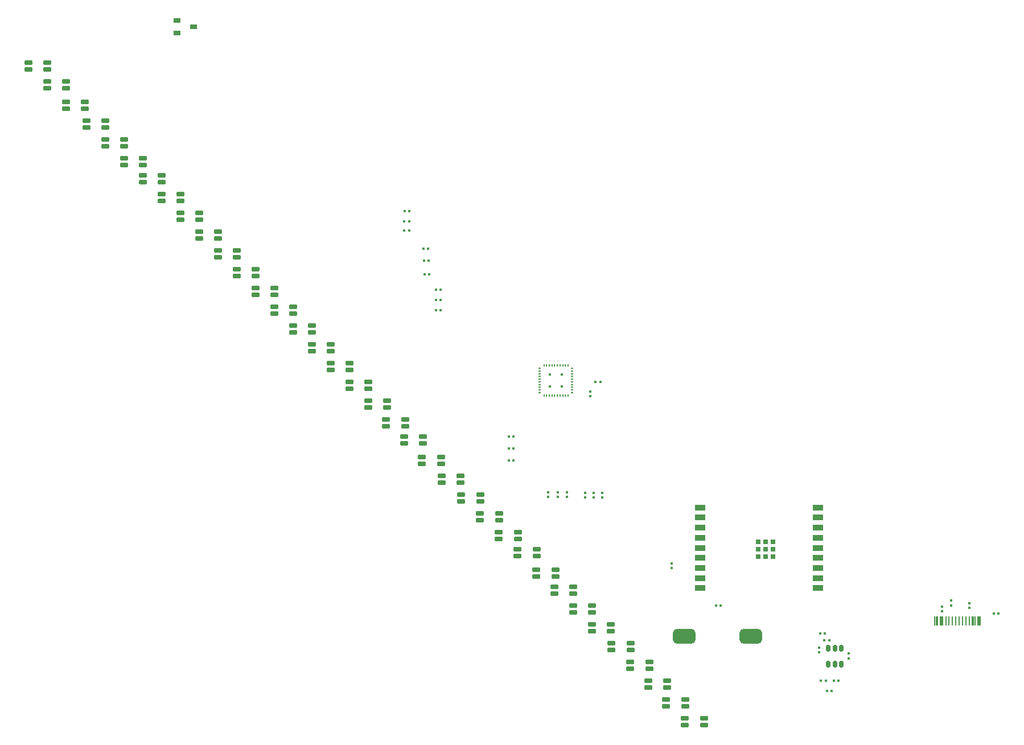
<source format=gbr>
%TF.GenerationSoftware,KiCad,Pcbnew,(7.0.0)*%
%TF.CreationDate,2023-03-08T22:11:07-06:00*%
%TF.ProjectId,LED Fan Blade,4c454420-4661-46e2-9042-6c6164652e6b,rev?*%
%TF.SameCoordinates,Original*%
%TF.FileFunction,Paste,Top*%
%TF.FilePolarity,Positive*%
%FSLAX46Y46*%
G04 Gerber Fmt 4.6, Leading zero omitted, Abs format (unit mm)*
G04 Created by KiCad (PCBNEW (7.0.0)) date 2023-03-08 22:11:07*
%MOMM*%
%LPD*%
G01*
G04 APERTURE LIST*
G04 Aperture macros list*
%AMRoundRect*
0 Rectangle with rounded corners*
0 $1 Rounding radius*
0 $2 $3 $4 $5 $6 $7 $8 $9 X,Y pos of 4 corners*
0 Add a 4 corners polygon primitive as box body*
4,1,4,$2,$3,$4,$5,$6,$7,$8,$9,$2,$3,0*
0 Add four circle primitives for the rounded corners*
1,1,$1+$1,$2,$3*
1,1,$1+$1,$4,$5*
1,1,$1+$1,$6,$7*
1,1,$1+$1,$8,$9*
0 Add four rect primitives between the rounded corners*
20,1,$1+$1,$2,$3,$4,$5,0*
20,1,$1+$1,$4,$5,$6,$7,0*
20,1,$1+$1,$6,$7,$8,$9,0*
20,1,$1+$1,$8,$9,$2,$3,0*%
G04 Aperture macros list end*
%ADD10RoundRect,0.175000X-0.425000X-0.175000X0.425000X-0.175000X0.425000X0.175000X-0.425000X0.175000X0*%
%ADD11RoundRect,0.079500X-0.079500X-0.100500X0.079500X-0.100500X0.079500X0.100500X-0.079500X0.100500X0*%
%ADD12RoundRect,0.079500X0.100500X-0.079500X0.100500X0.079500X-0.100500X0.079500X-0.100500X-0.079500X0*%
%ADD13RoundRect,0.079500X0.079500X0.100500X-0.079500X0.100500X-0.079500X-0.100500X0.079500X-0.100500X0*%
%ADD14O,0.200000X0.350000*%
%ADD15O,0.350000X0.200000*%
%ADD16R,0.300000X0.300000*%
%ADD17RoundRect,0.079500X-0.100500X0.079500X-0.100500X-0.079500X0.100500X-0.079500X0.100500X0.079500X0*%
%ADD18R,1.000000X0.800000*%
%ADD19R,0.250000X1.450000*%
%ADD20R,0.300000X1.450000*%
%ADD21R,1.500000X0.900000*%
%ADD22R,0.700000X0.700000*%
%ADD23RoundRect,0.540000X-1.135000X-0.540000X1.135000X-0.540000X1.135000X0.540000X-1.135000X0.540000X0*%
%ADD24RoundRect,0.150000X0.150000X-0.350000X0.150000X0.350000X-0.150000X0.350000X-0.150000X-0.350000X0*%
G04 APERTURE END LIST*
D10*
%TO.C,LED22*%
X94358000Y-89146000D03*
X97158000Y-89146000D03*
X97158000Y-90146000D03*
X94358000Y-90146000D03*
%TD*%
%TO.C,LED6*%
X119628000Y-114046000D03*
X122428000Y-114046000D03*
X122428000Y-115046000D03*
X119628000Y-115046000D03*
%TD*%
%TO.C,LED12*%
X122552000Y-116832000D03*
X125352000Y-116832000D03*
X125352000Y-117832000D03*
X122552000Y-117832000D03*
%TD*%
D11*
%TO.C,BL:2*%
X96429000Y-65786000D03*
X97119000Y-65786000D03*
%TD*%
D10*
%TO.C,LED17*%
X108582000Y-102878000D03*
X111382000Y-102878000D03*
X111382000Y-103878000D03*
X108582000Y-103878000D03*
%TD*%
%TO.C,LED1*%
X35808000Y-30480000D03*
X38608000Y-30480000D03*
X38608000Y-31480000D03*
X35808000Y-31480000D03*
%TD*%
%TO.C,LED28*%
X97276000Y-91948000D03*
X100076000Y-91948000D03*
X100076000Y-92948000D03*
X97276000Y-92948000D03*
%TD*%
D11*
%TO.C,GR:3*%
X107260000Y-89662000D03*
X107950000Y-89662000D03*
%TD*%
D12*
%TO.C,GR:4*%
X115890000Y-95087000D03*
X115890000Y-94397000D03*
%TD*%
D10*
%TO.C,LED5*%
X102994000Y-97528000D03*
X105794000Y-97528000D03*
X105794000Y-98528000D03*
X102994000Y-98528000D03*
%TD*%
D11*
%TO.C,RD:2*%
X96429000Y-64262000D03*
X97119000Y-64262000D03*
%TD*%
D10*
%TO.C,LED19*%
X44444000Y-39116000D03*
X47244000Y-39116000D03*
X47244000Y-40116000D03*
X44444000Y-40116000D03*
%TD*%
D13*
%TO.C,R6*%
X120868000Y-77978000D03*
X120178000Y-77978000D03*
%TD*%
D10*
%TO.C,LED16*%
X91688000Y-86106000D03*
X94488000Y-86106000D03*
X94488000Y-87106000D03*
X91688000Y-87106000D03*
%TD*%
D13*
%TO.C,L1*%
X154264000Y-115443000D03*
X153574000Y-115443000D03*
%TD*%
D14*
%TO.C,LED-Driver1*%
X116083999Y-75519999D03*
X115683999Y-75519999D03*
X115283999Y-75519999D03*
X114883999Y-75519999D03*
X114483999Y-75519999D03*
X114083999Y-75519999D03*
X113683999Y-75519999D03*
X113283999Y-75519999D03*
X112883999Y-75519999D03*
X112483999Y-75519999D03*
D15*
X111883999Y-75969999D03*
X111883999Y-76369999D03*
X111883999Y-76769999D03*
X111883999Y-77169999D03*
X111883999Y-77569999D03*
X111883999Y-77969999D03*
X111883999Y-78369999D03*
X111883999Y-78769999D03*
X111883999Y-79169999D03*
X111883999Y-79569999D03*
D14*
X112483999Y-80019999D03*
X112883999Y-80019999D03*
X113283999Y-80019999D03*
X113683999Y-80019999D03*
X114083999Y-80019999D03*
X114483999Y-80019999D03*
X114883999Y-80019999D03*
X115283999Y-80019999D03*
X115683999Y-80019999D03*
X116083999Y-80019999D03*
D15*
X116683999Y-79569999D03*
X116683999Y-79169999D03*
X116683999Y-78769999D03*
X116683999Y-78369999D03*
X116683999Y-77969999D03*
X116683999Y-77569999D03*
X116683999Y-77169999D03*
X116683999Y-76769999D03*
X116683999Y-76369999D03*
X116683999Y-75969999D03*
D16*
X115183999Y-76869999D03*
X113383999Y-76869999D03*
X115183999Y-78669999D03*
X113383999Y-78669999D03*
%TD*%
D11*
%TO.C,BL:3*%
X107285000Y-87884000D03*
X107975000Y-87884000D03*
%TD*%
D12*
%TO.C,BL:5*%
X119888000Y-95153000D03*
X119888000Y-94463000D03*
%TD*%
D17*
%TO.C,R3*%
X173101000Y-110526000D03*
X173101000Y-111216000D03*
%TD*%
%TO.C,Cin1*%
X157856000Y-118400000D03*
X157856000Y-119090000D03*
%TD*%
D10*
%TO.C,LED21*%
X77972000Y-72390000D03*
X80772000Y-72390000D03*
X80772000Y-73390000D03*
X77972000Y-73390000D03*
%TD*%
D12*
%TO.C,BL:4*%
X114554000Y-95087000D03*
X114554000Y-94397000D03*
%TD*%
D10*
%TO.C,LED13*%
X41396000Y-36322000D03*
X44196000Y-36322000D03*
X44196000Y-37322000D03*
X41396000Y-37322000D03*
%TD*%
%TO.C,LED30*%
X130680000Y-125214000D03*
X133480000Y-125214000D03*
X133480000Y-126214000D03*
X130680000Y-126214000D03*
%TD*%
%TO.C,LED14*%
X58414000Y-52832000D03*
X61214000Y-52832000D03*
X61214000Y-53832000D03*
X58414000Y-53832000D03*
%TD*%
%TO.C,LED35*%
X116834000Y-111252000D03*
X119634000Y-111252000D03*
X119634000Y-112252000D03*
X116834000Y-112252000D03*
%TD*%
D11*
%TO.C,R2*%
X138085000Y-111252000D03*
X138775000Y-111252000D03*
%TD*%
D10*
%TO.C,LED26*%
X64002000Y-58420000D03*
X66802000Y-58420000D03*
X66802000Y-59420000D03*
X64002000Y-59420000D03*
%TD*%
D11*
%TO.C,R7*%
X153701000Y-122428000D03*
X154391000Y-122428000D03*
%TD*%
D10*
%TO.C,LED25*%
X47238000Y-41910000D03*
X50038000Y-41910000D03*
X50038000Y-42910000D03*
X47238000Y-42910000D03*
%TD*%
%TO.C,LED11*%
X105788000Y-100322000D03*
X108588000Y-100322000D03*
X108588000Y-101322000D03*
X105788000Y-101322000D03*
%TD*%
D11*
%TO.C,GR:2*%
X96429000Y-67310000D03*
X97119000Y-67310000D03*
%TD*%
D10*
%TO.C,LED2*%
X52826000Y-47244000D03*
X55626000Y-47244000D03*
X55626000Y-48244000D03*
X52826000Y-48244000D03*
%TD*%
D11*
%TO.C,RD:3*%
X107285000Y-86106000D03*
X107975000Y-86106000D03*
%TD*%
D18*
%TO.C,U1*%
X57940499Y-24195999D03*
X60340499Y-25145999D03*
X57940499Y-26095999D03*
%TD*%
D19*
%TO.C,USB-C1*%
X170630999Y-113533999D03*
X171430999Y-113533999D03*
X172755999Y-113533999D03*
X173755999Y-113533999D03*
X174255999Y-113533999D03*
X175255999Y-113533999D03*
X176580999Y-113533999D03*
X177380999Y-113533999D03*
D20*
X177105999Y-113533999D03*
X176305999Y-113533999D03*
D19*
X175755999Y-113533999D03*
X174755999Y-113533999D03*
X173255999Y-113533999D03*
X172255999Y-113533999D03*
D20*
X171705999Y-113533999D03*
X170905999Y-113533999D03*
%TD*%
D10*
%TO.C,LED27*%
X80766000Y-75184000D03*
X83566000Y-75184000D03*
X83566000Y-76184000D03*
X80766000Y-76184000D03*
%TD*%
D21*
%TO.C,ESP1*%
X135730499Y-96667999D03*
X135730499Y-98167999D03*
X135730499Y-99667999D03*
X135730499Y-101167999D03*
X135730499Y-102667999D03*
X135730499Y-104167999D03*
X135730499Y-105667999D03*
X135730499Y-107167999D03*
X135730499Y-108667999D03*
X153230499Y-108667999D03*
X153230499Y-107167999D03*
X153230499Y-105667999D03*
X153230499Y-104167999D03*
X153230499Y-102667999D03*
X153230499Y-101167999D03*
X153230499Y-99667999D03*
X153230499Y-98167999D03*
X153230499Y-96667999D03*
D22*
X144340499Y-101767999D03*
X145440499Y-101767999D03*
X146540499Y-101767999D03*
X144340499Y-102867999D03*
X145440499Y-102867999D03*
X146540499Y-102867999D03*
X144340499Y-103967999D03*
X145440499Y-103967999D03*
X146540499Y-103967999D03*
%TD*%
D11*
%TO.C,RD:0*%
X91766000Y-52578000D03*
X92456000Y-52578000D03*
%TD*%
D10*
%TO.C,LED23*%
X111376000Y-105910000D03*
X114176000Y-105910000D03*
X114176000Y-106910000D03*
X111376000Y-106910000D03*
%TD*%
%TO.C,LED9*%
X72384000Y-66802000D03*
X75184000Y-66802000D03*
X75184000Y-67802000D03*
X72384000Y-67802000D03*
%TD*%
D17*
%TO.C,Cout1*%
X153411000Y-117511000D03*
X153411000Y-118201000D03*
%TD*%
D10*
%TO.C,LED24*%
X128010000Y-122428000D03*
X130810000Y-122428000D03*
X130810000Y-123428000D03*
X128010000Y-123428000D03*
%TD*%
%TO.C,LED15*%
X75178000Y-69596000D03*
X77978000Y-69596000D03*
X77978000Y-70596000D03*
X75178000Y-70596000D03*
%TD*%
%TO.C,LED10*%
X89024000Y-83558000D03*
X91824000Y-83558000D03*
X91824000Y-84558000D03*
X89024000Y-84558000D03*
%TD*%
D17*
%TO.C,R9*%
X171704000Y-111415000D03*
X171704000Y-112105000D03*
%TD*%
D10*
%TO.C,LED18*%
X125346000Y-119642000D03*
X128146000Y-119642000D03*
X128146000Y-120642000D03*
X125346000Y-120642000D03*
%TD*%
%TO.C,LED34*%
X100200000Y-94750000D03*
X103000000Y-94750000D03*
X103000000Y-95750000D03*
X100200000Y-95750000D03*
%TD*%
D12*
%TO.C,RD:5*%
X118618000Y-95178000D03*
X118618000Y-94488000D03*
%TD*%
%TO.C,RD:4*%
X113096000Y-95087000D03*
X113096000Y-94397000D03*
%TD*%
D13*
%TO.C,R1*%
X180103000Y-112472500D03*
X179413000Y-112472500D03*
%TD*%
D10*
%TO.C,LED31*%
X50032000Y-44704000D03*
X52832000Y-44704000D03*
X52832000Y-45704000D03*
X50032000Y-45704000D03*
%TD*%
D11*
%TO.C,BL:0*%
X91730000Y-54102000D03*
X92420000Y-54102000D03*
%TD*%
D10*
%TO.C,LED20*%
X61208000Y-55626000D03*
X64008000Y-55626000D03*
X64008000Y-56626000D03*
X61208000Y-56626000D03*
%TD*%
D11*
%TO.C,CB1*%
X154209000Y-116459000D03*
X154899000Y-116459000D03*
%TD*%
D10*
%TO.C,LED4*%
X86354000Y-80780000D03*
X89154000Y-80780000D03*
X89154000Y-81780000D03*
X86354000Y-81780000D03*
%TD*%
%TO.C,LED8*%
X55620000Y-50038000D03*
X58420000Y-50038000D03*
X58420000Y-51038000D03*
X55620000Y-51038000D03*
%TD*%
D11*
%TO.C,R8*%
X155606000Y-122428000D03*
X156296000Y-122428000D03*
%TD*%
%TO.C,C4*%
X154590000Y-123952000D03*
X155280000Y-123952000D03*
%TD*%
D23*
%TO.C,SW1*%
X133378000Y-115824000D03*
X143228000Y-115824000D03*
%TD*%
D10*
%TO.C,LED32*%
X66796000Y-61214000D03*
X69596000Y-61214000D03*
X69596000Y-62214000D03*
X66796000Y-62214000D03*
%TD*%
D17*
%TO.C,CapVCAP1*%
X119380000Y-79411000D03*
X119380000Y-80101000D03*
%TD*%
D10*
%TO.C,LED33*%
X83560000Y-77978000D03*
X86360000Y-77978000D03*
X86360000Y-78978000D03*
X83560000Y-78978000D03*
%TD*%
%TO.C,LED3*%
X69590000Y-64008000D03*
X72390000Y-64008000D03*
X72390000Y-65008000D03*
X69590000Y-65008000D03*
%TD*%
%TO.C,LED36*%
X133474000Y-128008000D03*
X136274000Y-128008000D03*
X136274000Y-129008000D03*
X133474000Y-129008000D03*
%TD*%
D11*
%TO.C,GR:1*%
X94717000Y-61976000D03*
X95407000Y-61976000D03*
%TD*%
%TO.C,BL:1*%
X94651000Y-59944000D03*
X95341000Y-59944000D03*
%TD*%
D17*
%TO.C,R4*%
X175764000Y-110903000D03*
X175764000Y-111593000D03*
%TD*%
D11*
%TO.C,GR:0*%
X91730000Y-55499000D03*
X92420000Y-55499000D03*
%TD*%
D10*
%TO.C,LED7*%
X38602000Y-33274000D03*
X41402000Y-33274000D03*
X41402000Y-34274000D03*
X38602000Y-34274000D03*
%TD*%
D12*
%TO.C,R5*%
X131446500Y-105649000D03*
X131446500Y-104959000D03*
%TD*%
%TO.C,GR:5*%
X121158000Y-95178000D03*
X121158000Y-94488000D03*
%TD*%
D10*
%TO.C,LED29*%
X114040000Y-108458000D03*
X116840000Y-108458000D03*
X116840000Y-109458000D03*
X114040000Y-109458000D03*
%TD*%
D24*
%TO.C,U2*%
X154813000Y-120015000D03*
X155763000Y-120015000D03*
X156713000Y-120015000D03*
X156713000Y-117615000D03*
X155763000Y-117615000D03*
X154813000Y-117615000D03*
%TD*%
D11*
%TO.C,RD:1*%
X94585000Y-58166000D03*
X95275000Y-58166000D03*
%TD*%
M02*

</source>
